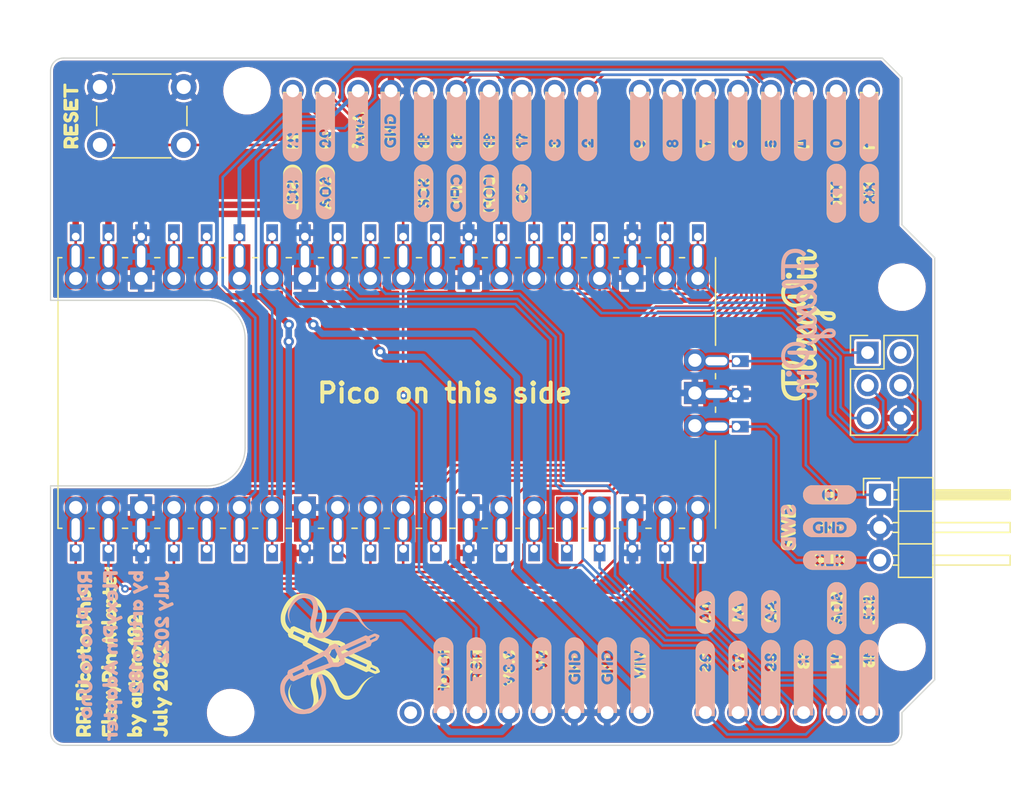
<source format=kicad_pcb>
(kicad_pcb (version 20221018) (generator pcbnew)
  (layers (0 "F.Cu" signal) (31 "B.Cu" signal) (34 "B.Paste" user) (35 "F.Paste" user) (36 "B.SilkS" user "B.Silkscreen") (37 "F.SilkS" user "F.Silkscreen") (38 "B.Mask" user) (39 "F.Mask" user) (44 "Edge.Cuts" user))
  (net 0 "")
  (net 1 "GND")
  (net 2 "/SWCLK")
  (net 3 "/SWDIO")
  (net 4 "VBUS")
  (net 5 "VDD")
  (net 6 "/3.3V_EN")
  (net 7 "+3V3")
  (net 8 "/VREF")
  (net 9 "/GPIO28")
  (net 10 "/GPIO27")
  (net 11 "/GPIO26")
  (net 12 "/RUN")
  (net 13 "/GPIO22")
  (net 14 "/GPIO21")
  (net 15 "/GPIO17")
  (net 16 "/GPIO16")
  (net 17 "/GPIO9")
  (net 18 "/GPIO8")
  (net 19 "/GPIO7")
  (net 20 "/GPIO6")
  (net 21 "/GPIO5")
  (net 22 "/GPIO4")
  (net 23 "/GPIO3")
  (net 24 "/GPIO20")
  (net 25 "/GPIO2")
  (net 26 "/GPIO19")
  (net 27 "/GPIO18")
  (net 28 "/GPIO15")
  (net 29 "/GPIO14")
  (net 30 "/GPIO13")
  (net 31 "/GPIO12")
  (net 32 "/GPIO11")
  (net 33 "/GPIO10")
  (net 34 "/GPIO1")
  (net 35 "/GPIO0")
  (net 36 "+5V")
  (footprint "svg2mod" (layer "F.Cu") (at 167.275 84.795237 90)
    (fp_text reference "svg2mod" hide)
    (fp_text value "G***" hide)
  )
  (footprint "svg2mod" (layer "F.Cu") (at 172.37 90 90)
    (fp_text reference "svg2mod" hide)
    (fp_text value "G***" hide)
  )
  (footprint "Connector_PinHeader_2.54mm:PinHeader_2x03_P2.54mm_Vertical" (layer "F.Cu") (at 174.7964 102.3671)
    (fp_text reference "J5" hide)
    (fp_text value "Conn_SPI")
  )
  (footprint "Connector_PinHeader_2.54mm:PinHeader_1x03_P2.54mm_Horizontal" (layer "F.Cu") (at 175.75 113.4)
    (fp_text reference "J4" hide)
    (fp_text value "Conn_01x03")
  )
  (footprint "svg2mod" (layer "F.Cu") (at 162.2 84.795237 90)
    (fp_text reference "svg2mod" hide)
    (fp_text value "G***" hide)
  )
  (footprint "FlexyPin:FlexyPin_1x20_P2.54mm" (layer "F.Cu") (at 161.63 93.36 -90)
    (fp_text reference "J3" hide)
    (fp_text value "Conn_01x20")
  )
  (footprint "svg2mod" (layer "F.Cu") (at 169.825 84.795237 90)
    (fp_text reference "svg2mod" hide)
    (fp_text value "G***" hide)
  )
  (footprint "svg2mod" (layer "F.Cu") (at 144.44 127.4 90)
    (fp_text reference "svg2mod" hide)
    (fp_text value "G***" hide)
  )
  (footprint "Module_Extra:RaspberryPi_Pico" (layer "F.Cu") (at 137.5 105.5 90)
    (fp_text reference "U1" hide)
    (fp_text value "RaspberryPi_Pico")
  )
  (footprint "MountingHole:MountingHole_3.2mm_M3" (layer "F.Cu") (at 126.66 82.046)
    (fp_text reference "REF**" hide)
    (fp_text value "MountingHole_3.2mm_M3")
  )
  (footprint "svg2mod" (layer "F.Cu") (at 152.06 127.405398 90)
    (fp_text reference "svg2mod" hide)
    (fp_text value "G***" hide)
  )
  (footprint "svg2mod" (layer "F.Cu") (at 162.2 127.4 90)
    (fp_text reference "svg2mod" hide)
    (fp_text value "G***" hide)
  )
  (footprint "svg2mod" (layer "F.Cu") (at 162.2 122.5232 90)
    (fp_text reference "svg2mod" hide)
    (fp_text value "G***" hide)
  )
  (footprint "Connector_PinSocket_2.54mm:PinSocket_1x10_P2.54mm_Vertical" (layer "F.Cu") (at 130.207 82.0495 90)
    (fp_text reference "J8" hide)
    (fp_text value "Conn_01x10")
  )
  (footprint "FlexyPin:FlexyPin_1x03_P2.54mm" (layer "F.Cu") (at 164.62 108.11 180)
    (fp_text reference "J2" hide)
    (fp_text value "Conn_01x03")
  )
  (footprint "svg2mod" (layer "F.Cu") (at 157.12 84.795237 90)
    (fp_text reference "svg2mod" hide)
    (fp_text value "G***" hide)
  )
  (footprint "MountingHole:MountingHole_3.2mm_M3" (layer "F.Cu") (at 177.46 97.286)
    (fp_text reference "REF**" hide)
    (fp_text value "MountingHole_3.2mm_M3")
  )
  (footprint "kibuzzard-6227DBF8" (layer "F.Cu") (at 113 84 90)
    (fp_text reference "kibuzzard-6227DBF8" hide)
    (fp_text value "G***" hide)
  )
  (footprint "svg2mod" (layer "F.Cu") (at 145.44 89.994945 90)
    (fp_text reference "svg2mod" hide)
    (fp_text value "G***" hide)
  )
  (footprint "svg2mod" (layer "F.Cu") (at 147.98 84.795237 90)
    (fp_text reference "svg2mod" hide)
    (fp_text value "G***" hide)
  )
  (footprint "svg2mod" (layer "F.Cu") (at 140.36 84.795237 90)
    (fp_text reference "svg2mod" hide)
    (fp_text value "G***" hide)
  )
  (footprint "svg2mod" (layer "F.Cu") (at 164.74 84.795237 90)
    (fp_text reference "svg2mod" hide)
    (fp_text value "G***" hide)
  )
  (footprint "svg2mod" (layer "F.Cu") (at 145.44 84.795237 90)
    (fp_text reference "svg2mod" hide)
    (fp_text value "G***" hide)
  )
  (footprint "LOGO" (layer "F.Cu") (at 170.2 100.2 90)
    (fp_text reference "G***" hide)
    (fp_text value "LOGO" hide)
  )
  (footprint "kibuzzard-62CF048F" (layer "F.Cu") (at 174.91 84.795237 90)
    (fp_text reference "kibuzzard-62CF048F" hide)
    (fp_text value "G***" hide)
  )
  (footprint "svg2mod" (layer "F.Cu") (at 164.74 122.5232 90)
    (fp_text reference "svg2mod" hide)
    (fp_text value "G***" hide)
  )
  (footprint "svg2mod" (layer "F.Cu") (at 137.7692 84.795237 90)
    (fp_text reference "svg2mod" hide)
    (fp_text value "G***" hide)
  )
  (footprint "Button_Switch_THT:SW_PUSH_6mm" (layer "F.Cu") (at 115.25 81.75)
    (fp_text reference "SW1" hide)
    (fp_text value "SW_RST")
  )
  (footprint "kibuzzard-62CF0779" (layer "F.Cu") (at 171.86 118.48)
    (fp_text reference "kibuzzard-62CF0779" hide)
    (fp_text value "G***" hide)
  )
  (footprint "svg2mod" (layer "F.Cu") (at 157.14 127.4 90)
    (fp_text reference "svg2mod" hide)
    (fp_text value "G***" hide)
  )
  (footprint "svg2mod" (layer "F.Cu") (at 130.2 89.791745 90)
    (fp_text reference "svg2mod" hide)
    (fp_text value "G***" hide)
  )
  (footprint "kibuzzard-62CF075A" (layer "F.Cu") (at 171.86 115.94)
    (fp_text reference "kibuzzard-62CF075A" hide)
    (fp_text value "G***" hide)
  )
  (footprint "MountingHole:MountingHole_3.2mm_M3" (layer "F.Cu") (at 177.46 125.226)
    (fp_text reference "REF**" hide)
    (fp_text value "MountingHole_3.2mm_M3")
  )
  (footprint "svg2mod" (layer "F.Cu") (at 140.36 89.994945 90)
    (fp_text reference "svg2mod" hide)
    (fp_text value "G***" hide)
  )
  (footprint "svg2mod" (layer "F.Cu") (at 132.74 89.791745 90)
    (fp_text reference "svg2mod" hide)
    (fp_text value "G***" hide)
  )
  (footprint "svg2mod" (layer "F.Cu") (at 147.98 89.994945 90)
    (fp_text reference "svg2mod" hide)
    (fp_text value "G***" hide)
  )
  (footprint "svg2mod" (layer "F.Cu") (at 164.74 127.4 90)
    (fp_text reference "svg2mod" hide)
    (fp_text value "G***" hide)
  )
  (footprint "svg2mod" (layer "F.Cu") (at 135.28 84.795237 90)
    (fp_text reference "svg2mod" hide)
    (fp_text value "G***" hide)
  )
  (footprint "svg2mod" (layer "F.Cu") (at 149.52 127.4 90)
    (fp_text reference "svg2mod" hide)
    (fp_text value "G***" hide)
  )
  (footprint "svg2mod" (layer "F.Cu") (at 167.28 122.4724 90)
    (fp_text reference "svg2mod" hide)
    (fp_text value "G***" hide)
  )
  (footprint "svg2mod" (layer "F.Cu") (at 172.4 122.2 90)
    (fp_text reference "svg2mod" hide)
    (fp_text value "G***" hide)
  )
  (footprint "svg2mod" (layer "F.Cu") (at 141.9 127.4 90)
    (fp_text reference "svg2mod" hide)
    (fp_text value "G***" hide)
  )
  (footprint "Symbols_Extra:SolderParty-New-Logo_10x8.5mm_SilkScreen" (layer "F.Cu") (at 132.8 125.4 90)
    (fp_text reference "G***" hide)
    (fp_text value "LOGO" hide)
  )
  (footprint "kibuzzard-62CF05F1" (layer "F.Cu") (at 172.36 127.35 90)
    (fp_text reference "kibuzzard-62CF05F1" hide)
    (fp_text value "G***" hide)
  )
  (footprint "FlexyPin:FlexyPin_1x20_P2.54mm" (layer "F.Cu") (at 113.369999 117.61 90)
    (fp_text reference "J1" hide)
    (fp_text value "Conn_01x20")
  )
  (footprint "kibuzzard-62E02A3B" (layer "F.Cu") (at 130.175 84.795237 90)
    (fp_text reference "kibuzzard-62E02A3B" hide)
    (fp_text value "G***" hide)
  )
  (footprint "svg2mod" (layer "F.Cu") (at 150.525 84.795237 90)
    (fp_text reference "svg2mod" hide)
    (fp_text value "G***" hide)
  )
  (footprint "kibuzzard-62E02A37" (layer "F.Cu") (at 132.725 84.795237 90)
    (fp_text reference "kibuzzard-62E02A37" hide)
    (fp_text value "G***" hide)
  )
  (footprint "svg2mod" (layer "F.Cu") (at 154.6 127.405398 90)
    (fp_text reference "svg2mod" hide)
    (fp_text value "G***" hide)
  )
  (footprint "kibuzzard-62CF05DC" (layer "F.Cu") (at 169.82 127.34 90)
    (fp_text reference "kibuzzard-62CF05DC" hide)
    (fp_text value "G***" hide)
  )
  (footprint "svg2mod" (layer "F.Cu") (at 174.91 90 90)
    (fp_text reference "svg2mod" hide)
    (fp_text value "G***" hide)
  )
  (footprint "kibuzzard-62CF0607" (layer "F.Cu") (at 174.9 127.35 90)
    (fp_text reference "kibuzzard-62CF0607" hide)
    (fp_text value "G***" hide)
  )
  (footprint "svg2mod" (layer "F.Cu") (at 153.075 84.795237 90)
    (fp_text reference "svg2mod" hide)
    (fp_text value "G***" hide)
  )
  (footprint "MountingHole:MountingHole_3.2mm_M3" (layer "F.Cu") (at 125.39 130.306)
    (fp_text reference "REF**" hide)
    (fp_text value "MountingHole_3.2mm_M3")
  )
  (footprint "kibuzzard-62CF076C" (layer "F.Cu") (at 171.86 113.4)
    (fp_text reference "kibuzzard-62CF076C" hide)
    (fp_text value "G***" hide)
  )
  (footprint "svg2mod" (layer "F.Cu") (at 142.9 84.795237 90)
    (fp_text reference "svg2mod" hide)
    (fp_text value "G***" hide)
  )
  (footprint "svg2mod" (layer "F.Cu") (at 146.98 127.4 90)
    (fp_text reference "svg2mod" hide)
    (fp_text value "G***" hide)
  )
  (footprint "Connector_PinSocket_2.54mm:PinSocket_1x06_P2.54mm_Vertical" (layer "F.Cu") (at 162.211 130.3095 90)
    (fp_text reference "J7" hide)
    (fp_text value "Conn_01x06")
  )
  (footprint "Connector_PinSocket_2.54mm:PinSocket_1x08_P2.54mm_Vertical" (layer "F.Cu") (at 157.131 82.0495 90)
    (fp_text reference "J9" hide)
    (fp_text value "Conn_01x08")
  )
  (footprint "svg2mod" (layer "F.Cu") (at 174.9 122.2 90)
    (fp_text reference "svg2mod" hide)
    (fp_text value "G***" hide)
  )
  (footprint "svg2mod" (layer "F.Cu") (at 172.37 84.795237 90)
    (fp_text reference "svg2mod" hide)
    (fp_text value "G***" hide)
  )
  (footprint "svg2mod" (layer "F.Cu") (at 167.28 127.3492 90)
    (fp_text reference "svg2mod" hide)
    (fp_text value "G***" hide)
  )
  (footprint "kibuzzard-62CF07A4" (layer "F.Cu") (at 168.653575 115.94 90)
    (fp_text reference "kibuzzard-62CF07A4" hide)
    (fp_text value "G***" hide)
  )
  (footprint "svg2mod" (layer "F.Cu") (at 159.66 84.795237 90)
    (fp_text reference "svg2mod" hide)
    (fp_text value "G***" hide)
  )
  (footprint "kibuzzard-62CF07F8" (layer "F.Cu") (at 117.1 125.6 90)
    (fp_text reference "kibuzzard-62CF07F8" hide)
    (fp_text value "G***" hide)
  )
  (footprint "Connector_PinSocket_2.54mm:PinSocket_1x08_P2.54mm_Vertical" (layer "F.Cu") (at 139.351 130.3095 90)
    (fp_text reference "J6" hide)
    (fp_text value "Conn_01x08")
  )
  (footprint "svg2mod" (layer "F.Cu") (at 142.9 89.994945 90)
    (fp_text reference "svg2mod" hide)
    (fp_text value "G***" hide)
  )
  (footprint "svg2mod" (layer "B.Cu") (at 142.896 84.838292 -90)
    (fp_text reference "svg2mod" hide)
    (fp_text value "G***" hide)
  )
  (footprint "svg2mod" (layer "B.Cu") (at 142.9 90 -90)
    (fp_text reference "svg2mod" hide)
    (fp_text value "G***" hide)
  )
  (footprint "svg2mod" (layer "B.Cu") (at 174.9 84.9 -90)
    (fp_text reference "svg2mod" hide)
    (fp_text value "G***" hide)
  )
  (footprint "kibuzzard-62CF09B3" (layer "B.Cu") (at 149.52 127.4 -90)
    (fp_text reference "kibuzzard-62CF09B3" hide)
    (fp_text value "G***" hide)
  )
  (footprint "kibuzzard-62CF09C1" (layer "B.Cu") (at 157.14 127.4 -90)
    (fp_text reference "kibuzzard-62CF09C1" hide)
    (fp_text value "G***" hide)
  )
  (footprint "svg2mod" (layer "B.Cu") (at 137.7652 84.84115 -90)
    (fp_text reference "svg2mod" hide)
    (fp_text value "G***" hide)
  )
  (footprint "svg2mod" (layer "B.Cu") (at 130.2 90 -90)
    (fp_text reference "svg2mod" hide)
    (fp_text value "G***" hide)
  )
  (footprint "svg2mod" (layer "B.Cu") (at 169.825 84.825 -90)
    (fp_text reference "svg2mod" hide)
    (fp_text value "G***" hide)
  )
  (footprint "kibuzzard-62CF075A" (layer "B.Cu") (at 171.86 115.94 180)
    (fp_text reference "kibuzzard-62CF075A" hide)
    (fp_text value "G***" hide)
  )
  (footprint "kibuzzard-62E02C93" (layer "B.Cu") (at 130.175 84.864645 -90)
    (fp_text reference "kibuzzard-62E02C93" hide)
    (fp_text value "G***" hide)
  )
  (footprint "kibuzzard-62CF09B9" (layer "B.Cu") (at 154.6 127.4 -90)
    (fp_text reference "kibuzzard-62CF09B9" hide)
    (fp_text value "G***" hide)
  )
  (footprint "svg2mod" (layer "B.Cu") (at 157.12 84.8348 -90)
    (fp_text reference "svg2mod" hide)
    (fp_text value "G***" hide)
  )
  (footprint "LOGO" (layer "B.Cu") (at 170.2 100.2 -90)
    (fp_text reference "G***" hide)
    (fp_text value "LOGO" hide)
  )
  (footprint "kibuzzard-62CF0A14" (layer "B.Cu") (at 169.825 127.6 -90)
    (fp_text reference "kibuzzard-62CF0A14" hide)
    (fp_text value "G***" hide)
  )
  (footprint "svg2mod" (layer "B.Cu") (at 140.356 84.843055 -90)
    (fp_text reference "svg2mod" hide)
    (fp_text value "G***" hide)
  )
  (footprint "kibuzzard-62CF09A9" (layer "B.Cu") (at 146.98 127.4 -90)
    (fp_text reference "kibuzzard-62CF09A9" hide)
    (fp_text value "G***" hide)
  )
  (footprint "svg2mod" (layer "B.Cu") (at 145.44 90 -90)
    (fp_text reference "svg2mod" hide)
    (fp_text value "G***" hide)
  )
  (footprint "svg2mod" (layer "B.Cu") (at 153.075 84.825 -90)
    (fp_text reference "svg2mod" hide)
    (fp_text value "G***" hide)
  )
  (footprint "svg2mod" (layer "B.Cu") (at 164.74 84.8348 -90)
    (fp_text reference "svg2mod" hide)
    (fp_text value "G***" hide)
  )
  (footprint "svg2mod" (layer "B.Cu") (at 147.98 90 -90)
    (fp_text reference "svg2mod" hide)
    (fp_text value "G***" hide)
  )
  (footprint "svg2mod" (layer "B.Cu") (at 150.535 84.828492 -90)
    (fp_text reference "svg2mod" hide)
    (fp_text value "G***" hide)
  )
  (footprint "kibuzzard-62CF09A4" (layer "B.Cu") (at 144.44 127.4 -90)
    (fp_text reference "kibuzzard-62CF09A4" hide)
    (fp_text value "G***" hide)
  )
  (footprint "svg2mod" (layer "B.Cu") (at 172.4 122.2 -90)
    (fp_text reference "svg2mod" hide)
    (fp_text value "G***" hide)
  )
  (footprint "svg2mod" (layer "B.Cu") (at 159.66 84.83988 -90)
    (fp_text reference "svg2mod" hide)
    (fp_text value "G***" hide)
  )
  (footprint "kibuzzard-62CF09B9" (layer "B.Cu") (at 152.06 127.405398 -90)
    (fp_text reference "kibuzzard-62CF09B9" hide)
    (fp_text value "G***" hide)
  )
  (footprint "svg2mod" (layer "B.Cu") (at 174.9 122.2 -90)
    (fp_text reference "svg2mod" hide)
    (fp_text value "G***" hide)
  )
  (footprint "svg2mod" (layer "B.Cu") (at 172.375 90 -90)
    (fp_text reference "svg2mod" hide)
    (fp_text value "G***" hide)
  )
  (footprint "kibuzzard-62CF0A29" (layer "B.Cu") (at 174.9 127.6 -90)
    (fp_text reference "kibuzzard-62CF0A29" hide)
    (fp_text value "G***" hide)
  )
  (footprint "svg2mod" (layer "B.Cu") (at 172.36 84.83861 -90)
    (fp_text reference "svg2mod" hide)
    (fp_text value "G***" hide)
  )
  (footprint "svg2mod" (layer "B.Cu") (at 145.436 84.838292 -90)
    (fp_text reference "svg2mod" hide)
    (fp_text value "G***" hide)
  )
  (footprint "kibuzzard-62CF0970" (layer "B.Cu") (at 141.9 127.4 -90)
    (fp_text reference "kibuzzard-62CF0970" hide)
    (fp_text value "G***" hide)
  )
  (footprint "kibuzzard-62CF0779" (layer "B.Cu") (at 171.86 118.48 180)
    (fp_text reference "kibuzzard-62CF0779" hide)
    (fp_text value "G***" hide)
  )
  (footprint "kibuzzard-62CF07F8" (layer "B.Cu") (at 117.2 125.9 -90)
    (fp_text reference "kibuzzard-62CF07F8" hide)
    (fp_text value "G***" hide)
  )
  (footprint "kibuzzard-62CF0A22" (layer "B.Cu") (at 172.375 127.6 -90)
    (fp_text reference "kibuzzard-62CF0A22" hide)
    (fp_text value "G***" hide)
  )
  (footprint "kibuzzard-62E02C9B" (layer "B.Cu") (at 132.725 84.860835 -90)
    (fp_text reference "kibuzzard-62E02C9B" hide)
    (fp_text value "G***" hide)
  )
  (footprint "kibuzzard-62CF0A08" (layer "B.Cu") (at 164.75 127.65 -90)
    (fp_text reference "kibuzzard-62CF0A08" hide)
    (fp_text value "G***" hide)
  )
  (footprint "Symbols_Extra:SolderParty-New-Logo_10x8.5mm_SilkScreen" (layer "B.Cu") (at 132.759428 126.077462 -90)
    (fp_text reference "G***" hide)
    (fp_text value "LOGO" hide)
  )
  (footprint "svg2mod" (layer "B.Cu") (at 162.2 122.5232 -90)
    (fp_text reference "svg2mod" hide)
    (fp_text value "G***" hide)
  )
  (footprint "svg2mod" (layer "B.Cu") (at 162.2 84.830355 -90)
    (fp_text reference "svg2mod" hide)
    (fp_text value "G***" hide)
  )
  (footprint "svg2mod" (layer "B.Cu") (at 167.28 122.4724 -90)
    (fp_text reference "svg2mod" hide)
    (fp_text value "G***" hide)
  )
  (footprint "svg2mod" (layer "B.Cu") (at 167.2994 84.825 -90)
    (fp_text reference "svg2mod" hide)
    (fp_text value "G***" hide)
  )
  (footprint "svg2mod" (layer "B.Cu") (at 132.74 90 -90)
    (fp_text reference "svg2mod" hide)
    (fp_text value "G***" hide)
  )
  (footprint "kibuzzard-62CF07A4" (layer "B.Cu") (at 168.653575 115.94 -90)
    (fp_text reference "kibuzzard-62CF07A4" hide)
    (fp_text value "G***" hide)
  )
  (footprint "svg2mod" (layer "B.Cu") (at 174.91 90 -90)
    (fp_text reference "svg2mod" hide)
    (fp_text value "G***" hide)
  )
  (footprint "kibuzzard-62CF09C7" (layer "B.Cu") (at 162.2 127.65 -90)
    (fp_text reference "kibuzzard-62CF09C7" hide)
    (fp_text value "G***" hide)
  )
  (footprint "svg2mod" (layer "B.Cu") (at 147.976 84.8348 -90)
    (fp_text reference "svg2mod" hide)
    (fp_text value "G***" hide)
  )
  (footprint "svg2mod" (layer "B.Cu") (at 164.74 122.5232 -90)
    (fp_text reference "svg2mod" hide)
    (fp_text value "G***" hide)
  )
  (footprint "kibuzzard-62CF0A0F" (layer "B.Cu") (at 167.275 127.6 -90)
    (fp_text reference "kibuzzard-62CF0A0F" hide)
    (fp_text value "G***" hide)
  )
  (footprint "kibuzzard-62CF076C" (layer "B.Cu") (at 171.86 113.4 180)
    (fp_text reference "kibuzzard-62CF076C" hide)
    (fp_text value "G***" hide)
  )
  (footprint "svg2mod" (layer "B.Cu") (at 135.276 84.85131 -90)
    (fp_text reference "svg2mod" hide)
    (fp_text value "G***" hide)
  )
  (footprint "svg2mod" (layer "B.Cu") (at 140.36 90 -90)
    (fp_text reference "svg2mod" hide)
    (fp_text value "G***" hide)
  )
  (gr_line (start 111.42 131.846) (end 111.42 112.71) (stroke (width 0.1)) (layer "Edge.Cuts"))
  (gr_arc (start 177.46 131.846) (mid 177.167107 132.553107) (end 176.46 132.846) (stroke (width 0.1)) (layer "Edge.Cuts"))
  (gr_line (start 177.46 81.03) (end 177.459999 92.46) (stroke (width 0.1)) (layer "Edge.Cuts"))
  (gr_line (start 176.46 132.846) (end 112.42 132.846) (stroke (width 0.1)) (layer "Edge.Cuts"))
  (gr_line (start 123.56 112.709999) (end 111.42 112.71) (stroke (width 0.1)) (layer "Edge.Cuts"))
  (gr_line (start 123.56 98.31) (end 111.42 98.31) (stroke (width 0.1)) (layer "Edge.Cuts"))
  (gr_arc (start 123.56 98.31) (mid 125.645965 99.174035) (end 126.51 101.26) (stroke (width 0.1)) (layer "Edge.Cuts"))
  (gr_arc (start 126.51 109.759999) (mid 125.645965 111.845964) (end 123.56 112.709999) (stroke (width 0.1)) (layer "Edge.Cuts"))
  (gr_line (start 111.42 80.506) (end 111.42 98.31) (stroke (width 0.1)) (layer "Edge.Cuts"))
  (gr_arc (start 111.42 80.506) (mid 111.712893 79.798893) (end 112.42 79.506) (stroke (width 0.1)) (layer "Edge.Cuts"))
  (gr_line (start 112.42 79.506) (end 175.936 79.506) (stroke (width 0.1)) (layer "Edge.Cuts"))
  (gr_line (start 180.000001 127.766) (end 177.46 130.306) (stroke (width 0.1)) (layer "Edge.Cuts"))
  (gr_line (start 175.936 79.506) (end 177.46 81.03) (stroke (width 0.1)) (layer "Edge.Cuts"))
  (gr_line (start 177.46 130.306) (end 177.46 131.846) (stroke (width 0.1)) (layer "Edge.Cuts"))
  (gr_line (start 126.51 101.26) (end 126.51 109.759999) (stroke (width 0.1)) (layer "Edge.Cuts"))
  (gr_arc (start 112.42 132.846) (mid 111.712893 132.553107) (end 111.42 131.846) (stroke (width 0.1)) (layer "Edge.Cuts"))
  (gr_line (start 180 95) (end 180.000001 127.766) (stroke (width 0.1)) (layer "Edge.Cuts"))
  (gr_line (start 177.459999 92.46) (end 180 95) (stroke (width 0.1)) (layer "Edge.Cuts"))
  (gr_text "Pico on this side" (at 142 105.5) (layer "F.SilkS") (effects (font (size 1.5 1.5) (thickness 0.3) bold)))
  (segment (start 156.55 93.36) (end 156.55 94.91) (width 0.2) (layer "F.Cu") (net 1))
  (segment (start 163.07 108.11) (end 164.62 108.11) (width 0.2) (layer "F.Cu") (net 2))
  (segment (start 166.91 108.11) (end 167.7 108.9) (width 0.2) (layer "B.Cu") (net 2))
  (segment (start 169.28 118.48) (end 175.75 118.48) (width 0.2) (layer "B.Cu") (net 2))
  (segment (start 167.7 108.9) (end 167.7 116.9) (width 0.2) (layer "B.Cu") (net 2))
  (segment (start 167.7 116.9) (end 169.28 118.48) (width 0.2) (layer "B.Cu") (net 2))
  (segment (start 164.62 108.11) (end 166.91 108.11) (width 0.2) (layer "B.Cu") (net 2))
  (segment (start 163.07 103.03) (end 164.62 103.03) (width 0.2) (layer "F.Cu") (net 3))
  (segment (start 164.62 103.03) (end 168.53 103.03) (width 0.2) (layer "B.Cu") (net 3))
  (segment (start 172.3 113.4) (end 175.75 113.4) (width 0.2) (layer "B.Cu") (net 3))
  (segment (start 170 104.5) (end 170 111.1) (width 0.2) (layer "B.Cu") (net 3))
  (segment (start 168.53 103.03) (end 170 104.5) (width 0.2) (layer "B.Cu") (net 3))
  (segment (start 170 111.1) (end 172.3 113.4) (width 0.2) (layer "B.Cu") (net 3))
  (segment (start 132.490489 91.809511) (end 132.5 91.8) (width 0.5) (layer "F.Cu") (net 4))
  (segment (start 132.490489 97.690489) (end 132.490489 91.809511) (width 0.5) (layer "F.Cu") (net 4))
  (segment (start 131.6 90.9) (end 123.4 90.9) (width 0.5) (layer "F.Cu") (net 4))
  (segment (start 123.399519 90.900481) (end 114.29952 90.90048) (width 0.5) (layer "F.Cu") (net 4))
  (segment (start 113.37 91.83) (end 113.37 93.36) (width 0.5) (layer "F.Cu") (net 4))
  (segment (start 137 102.2) (end 132.490489 97.690489) (width 0.5) (layer "F.Cu") (net 4))
  (segment (start 132.5 91.8) (end 131.6 90.9) (width 0.5) (layer "F.Cu") (net 4))
  (segment (start 137 102.3) (end 137 102.2) (width 0.5) (layer "F.Cu") (net 4))
  (segment (start 123.4 90.9) (end 123.399519 90.900481) (width 0.5) (layer "F.Cu") (net 4))
  (segment (start 114.29952 90.90048) (end 113.37 91.83) (width 0.5) (layer "F.Cu") (net 4))
  (segment (start 113.37 93.36) (end 113.37 94.91) (width 0.2) (layer "F.Cu") (net 4))
  (via (at 137 102.3) (size 0.8) (drill 0.4) (layers "F.Cu" "B.Cu") (net 4))
  (segment (start 140.3 102.7) (end 142.6 105) (width 0.5) (layer "B.Cu") (net 4))
  (segment (start 142.6 118.5) (end 149.511 125.411) (width 0.5) (layer "B.Cu") (net 4))
  (segment (start 137.4 102.7) (end 140.3 102.7) (width 0.5) (layer "B.Cu") (net 4))
  (segment (start 142.6 105) (end 142.6 118.5) (width 0.5) (layer "B.Cu") (net 4))
  (segment (start 137 102.3) (end 137.4 102.7) (width 0.5) (layer "B.Cu") (net 4))
  (segment (start 149.511 125.411) (end 149.511 130.3095) (width 0.5) (layer "B.Cu") (net 4))
  (segment (start 129.6 91.6) (end 116.3 91.6) (width 0.5) (layer "F.Cu") (net 5))
  (segment (start 115.91 93.36) (end 115.91 94.91) (width 0.2) (layer "F.Cu") (net 5))
  (segment (start 129.9 91.9) (end 129.6 91.6) (width 0.5) (layer "F.Cu") (net 5))
  (segment (start 131.8 100.2) (end 129.9 98.3) (width 0.5) (layer "F.Cu") (net 5))
  (segment (start 116.3 91.6) (end 115.91 91.99) (width 0.5) (layer "F.Cu") (net 5))
  (segment (start 115.91 91.99) (end 115.91 93.36) (width 0.5) (layer "F.Cu") (net 5))
  (segment (start 129.9 98.3) (end 129.9 91.9) (width 0.5) (layer "F.Cu") (net 5))
  (via (at 131.8 100.2) (size 0.8) (drill 0.4) (layers "F.Cu" "B.Cu") (net 5))
  (segment (start 147.6 104.3) (end 144.2 100.9) (width 0.5) (layer "B.Cu") (net 5))
  (segment (start 157.131 130.3095) (end 157.131 128.731) (width 0.5) (layer "B.Cu") (net 5))
  (segment (start 132.5 100.9) (end 131.8 100.2) (width 0.5) (layer "B.Cu") (net 5))
  (segment (start 144.2 100.9) (end 132.5 100.9) (width 0.5) (layer "B.Cu") (net 5))
  (segment (start 147.6 119.2) (end 147.6 104.3) (width 0.5) (layer "B.Cu") (net 5))
  (segment (start 157.131 128.731) (end 147.6 119.2) (width 0.5) (layer "B.Cu") (net 5))
  (segment (start 120.99 93.36) (end 120.99 94.91) (width 0.2) (layer "F.Cu") (net 6))
  (segment (start 124.92 98) (end 127.7 98) (width 0.5) (layer "F.Cu") (net 7))
  (segment (start 129.9 100.2) (end 129.9 101.5) (width 0.5) (layer "F.Cu") (net 7))
  (segment (start 123.53 96.61) (end 124.92 98) (width 0.5) (layer "F.Cu") (net 7))
  (segment (start 127.7 98) (end 129.9 100.2) (width 0.5) (layer "F.Cu") (net 7))
  (segment (start 123.53 93.36) (end 123.53 94.91) (width 0.2) (layer "F.Cu") (net 7))
  (via (at 129.9 100.2) (size 0.8) (drill 0.4) (layers "F.Cu" "B.Cu") (net 7))
  (via (at 129.9 101.5) (size 0.8) (drill 0.4) (layers "F.Cu" "B.Cu") (net 7))
  (segment (start 146.4 131.8) (end 142.4 131.8) (width 0.5) (layer "B.Cu") (net 7))
  (segment (start 146.971 131.229) (end 146.4 131.8) (width 0.5) (layer "B.Cu") (net 7))
  (segment (start 146.971 130.3095) (end 146.971 131.229) (width 0.5) (layer "B.Cu") (net 7))
  (segment (start 141.891 125.891) (end 141.891 130.3095) (width 0.5) (layer "B.Cu") (net 7))
  (segment (start 131.9 122.8) (end 138.8 122.8) (width 0.5) (layer "B.Cu") (net 7))
  (segment (start 129.9 101.5) (end 129.9 100.2) (width 0.5) (layer "B.Cu") (net 7))
  (segment (start 138.8 122.8) (end 141.891 125.891) (width 0.5) (layer "B.Cu") (net 7))
  (segment (start 141.891 131.291) (end 141.891 130.3095) (width 0.5) (layer "B.Cu") (net 7))
  (segment (start 129.9 120.8) (end 131.9 122.8) (width 0.5) (layer "B.Cu") (net 7))
  (segment (start 129.9 101.5) (end 129.9 120.8) (width 0.5) (layer "B.Cu") (net 7))
  (segment (start 142.4 131.8) (end 141.891 131.291) (width 0.5) (layer "B.Cu") (net 7))
  (segment (start 126.07 93.36) (end 126.07 94.91) (width 0.2) (layer "F.Cu") (net 8))
  (segment (start 130.033658 84.50048) (end 130.033178 84.5) (width 0.3) (layer "B.Cu") (net 8))
  (segment (start 129.660783 84.5) (end 126.07 88.090782) (width 0.3) (layer "B.Cu") (net 8))
  (segment (start 132.83602 84.50048) (end 130.033658 84.50048) (width 0.3) (layer "B.Cu") (net 8))
  (segment (start 130.033178 84.5) (end 129.660783 84.5) (width 0.3) (layer "B.Cu") (net 8))
  (segment (start 135.287 82.0495) (end 132.83602 84.50048) (width 0.3) (layer "B.Cu") (net 8))
  (segment (start 126.07 88.090782) (end 126.07 93.36) (width 0.3) (layer "B.Cu") (net 8))
  (segment (start 128.61 93.36) (end 128.61 94.91) (width 0.2) (layer "F.Cu") (net 9))
  (segment (start 147.469028 98.59904) (end 130.59904 98.59904) (width 0.2) (layer "B.Cu") (net 9))
  (segment (start 150.720488 118.859511) (end 150.2 118.339023) (width 0.2) (layer "B.Cu") (net 9))
  (segment (start 150.2 101.330012) (end 147.469028 98.59904) (width 0.2) (layer "B.Cu") (net 9))
  (segment (start 158.902582 125.0976) (end 152.664493 118.859511) (width 0.2) (layer "B.Cu") (net 9))
  (segment (start 162.0791 125.0976) (end 158.902582 125.0976) (width 0.2) (layer "B.Cu") (net 9))
  (segment (start 167.291 130.3095) (end 162.0791 125.0976) (width 0.2) (layer "B.Cu") (net 9))
  (segment (start 130.59904 98.59904) (end 128.61 96.61) (width 0.2) (layer "B.Cu") (net 9))
  (segment (start 152.664493 118.859511) (end 150.720488 118.859511) (width 0.2) (layer "B.Cu") (net 9))
  (segment (start 150.2 118.339023) (end 150.2 101.330012) (width 0.2) (layer "B.Cu") (net 9))
  (segment (start 133.69 93.36) (end 133.69 94.91) (width 0.2) (layer "F.Cu") (net 10))
  (segment (start 168.6 129.7) (end 167.9 129) (width 0.2) (layer "B.Cu") (net 10))
  (segment (start 167.9 131.6) (end 168.6 130.9) (width 0.2) (layer "B.Cu") (net 10))
  (segment (start 162.244583 124.698078) (end 159.068066 124.698078) (width 0.2) (layer "B.Cu") (net 10))
  (segment (start 152.7 113.5) (end 152.3 113.1) (width 0.2) (layer "B.Cu") (net 10))
  (segment (start 152.7 118.330012) (end 152.7 113.5) (width 0.2) (layer "B.Cu") (net 10))
  (segment (start 151.1 113.1) (end 150.59952 112.59952) (width 0.2) (layer "B.Cu") (net 10))
  (segment (start 159.068066 124.698078) (end 152.7 118.330012) (width 0.2) (layer "B.Cu") (net 10))
  (segment (start 164.751 130.3095) (end 166.0415 131.6) (width 0.2) (layer "B.Cu") (net 10))
  (segment (start 167.9 129) (end 166.546505 129) (width 0.2) (layer "B.Cu") (net 10))
  (segment (start 168.6 130.9) (end 168.6 129.7) (width 0.2) (layer "B.Cu") (net 10))
  (segment (start 166.546505 129) (end 162.244583 124.698078) (width 0.2) (layer "B.Cu") (net 10))
  (segment (start 150.59952 112.59952) (end 150.59952 101.164526) (width 0.2) (layer "B.Cu") (net 10))
  (segment (start 166.0415 131.6) (end 167.9 131.6) (width 0.2) (layer "B.Cu") (net 10))
  (segment (start 135.27952 98.19952) (end 133.69 96.61) (width 0.2) (layer "B.Cu") (net 10))
  (segment (start 147.634514 98.19952) (end 135.27952 98.19952) (width 0.2) (layer "B.Cu") (net 10))
  (segment (start 152.3 113.1) (end 151.1 113.1) (width 0.2) (layer "B.Cu") (net 10))
  (segment (start 150.59952 101.164526) (end 147.634514 98.19952) (width 0.2) (layer "B.Cu") (net 10))
  (segment (start 136.23 93.36) (end 136.23 94.91) (width 0.2) (layer "F.Cu") (net 11))
  (segment (start 137.42 97.8) (end 147.8 97.8) (width 0.2) (layer "B.Cu") (net 11))
  (segment (start 147.8 97.8) (end 150.99904 100.99904) (width 0.2) (layer "B.Cu") (net 11))
  (segment (start 150.99904 100.99904) (end 150.99904 112.434034) (width 0.2) (layer "B.Cu") (net 11))
  (segment (start 159.399038 123.899038) (end 162.575555 123.899038) (width 0.2) (layer "B.Cu") (net 11))
  (segment (start 136.23 96.61) (end 137.42 97.8) (width 0.2) (layer "B.Cu") (net 11))
  (segment (start 163.90102 131.99952) (end 162.211 130.3095) (width 0.2) (layer "B.Cu") (net 11))
  (segment (start 171.1 129.7) (end 171.1 130.9) (width 0.2) (layer "B.Cu") (net 11))
  (segment (start 155.2 119.7) (end 159.399038 123.899038) (width 0.2) (layer "B.Cu") (net 11))
  (segment (start 170.00048 131.99952) (end 163.90102 131.99952) (width 0.2) (layer "B.Cu") (net 11))
  (segment (start 171.1 130.9) (end 170.00048 131.99952) (width 0.2) (layer "B.Cu") (net 11))
  (segment (start 151.265486 112.70048) (end 154.60048 112.70048) (width 0.2) (layer "B.Cu") (net 11))
  (segment (start 162.575555 123.899038) (end 166.877477 128.20096) (width 0.2) (layer "B.Cu") (net 11))
  (segment (start 150.99904 112.434034) (end 151.265486 112.70048) (width 0.2) (layer "B.Cu") (net 11))
  (segment (start 155.2 113.3) (end 155.2 119.7) (width 0.2) (layer "B.Cu") (net 11))
  (segment (start 169.60096 128.20096) (end 171.1 129.7) (width 0.2) (layer "B.Cu") (net 11))
  (segment (start 154.60048 112.70048) (end 155.2 113.3) (width 0.2) (layer "B.Cu") (net 11))
  (segment (start 166.877477 128.20096) (end 169.60096 128.20096) (width 0.2) (layer "B.Cu") (net 11))
  (segment (start 131.725 87.675) (end 134.325 87.675) (width 0.2) (layer "F.Cu") (net 12))
  (segment (start 138.8 105.7) (end 138.77 105.67) (width 0.2) (layer "F.Cu") (net 12))
  (segment (start 115.25 86.25) (end 121.75 86.25) (width 0.2) (layer "F.Cu") (net 12))
  (segment (start 130.3 86.25) (end 131.725 87.675) (width 0.2) (layer "F.Cu") (net 12))
  (segment (start 138.77 105.67) (end 138.77 96.61) (width 0.2) (layer "F.Cu") (net 12))
  (segment (start 138.77 93.36) (end 138.77 94.91) (width 0.2) (layer "F.Cu") (net 12))
  (segment (start 121.75 86.25) (end 130.3 86.25) (width 0.2) (layer "F.Cu") (net 12))
  (segment (start 134.325 87.675) (end 138.77 92.12) (width 0.2) (layer "F.Cu") (net 12))
  (segment (start 138.77 92.12) (end 138.77 93.36) (width 0.2) (layer "F.Cu") (net 12))
  (via (at 138.8 105.7) (size 0.6) (drill 0.3) (layers "F.Cu" "B.Cu") (net 12))
  (segment (start 140 113.6) (end 140 106.9) (width 0.2) (layer "B.Cu") (net 12))
  (segment (start 144.431 130.3095) (end 144.431 123.731) (width 0.2) (layer "B.Cu") (net 12))
  (segment (start 140 106.9) (end 138.8 105.7) (width 0.2) (layer "B.Cu") (net 12))
  (segment (start 144.431 123.731) (end 140 119.3) (width 0.2) (layer "B.Cu") (net 12))
  (segment (start 140 119.3) (end 140 113.6) (width 0.2) (layer "B.Cu") (net 12))
  (segment (start 141.31 93.36) (end 141.31 94.91) (width 0.2) (layer "F.Cu") (net 13))
  (segment (start 146.39 93.36) (end 146.39 94.91) (width 0.2) (layer "F.Cu") (net 14))
  (segment (start 146.39 93.36) (end 146.39 88.505006) (width 0.2) (layer "F.Cu") (net 14))
  (segment (start 143.534994 85.65) (end 133.8075 85.65) (width 0.2) (layer "F.Cu") (net 14))
  (segment (start 133.8075 85.65) (end 130.207 82.0495) (width 0.2) (layer "F.Cu") (net 14))
  (segment (start 146.39 88.505006) (end 143.534994 85.65) (width 0.2) (layer "F.Cu") (net 14))
  (segment (start 147.987 82.0495) (end 147.987 83.321994) (width 0.2) (layer "F.Cu") (net 15))
  (segment (start 150.140486 85.47548) (end 155.310474 85.47548) (width 0.2) (layer "F.Cu") (net 15))
  (segment (start 159.09 89.255006) (end 159.09 93.36) (width 0.2) (layer "F.Cu") (net 15))
  (segment (start 147.987 83.321994) (end 150.140486 85.47548) (width 0.2) (layer "F.Cu") (net 15))
  (segment (start 159.09 93.36) (end 159.09 94.91) (width 0.2) (layer "F.Cu") (net 15))
  (segment (start 155.310474 85.47548) (end 159.09 89.255006) (width 0.2) (layer "F.Cu") (net 15))
  (segment (start 173.5471 107.4471) (end 174.7964 107.4471) (width 0.2) (layer "B.Cu") (net 15))
  (segment (start 168.534514 98.49952) (end 172.7 102.665006) (width 0.2) (layer "B.Cu") (net 15))
  (segment (start 172.7 102.665006) (end 172.7 106.6) (width 0.2) (layer "B.Cu") (net 15))
  (segment (start 159.09 96.61) (end 160.97952 98.49952) (width 0.2) (layer "B.Cu") (net 15))
  (segment (start 160.97952 98.49952) (end 168.534514 98.49952) (width 0.2) (layer "B.Cu") (net 15))
  (segment (start 172.7 106.6) (end 173.5471 107.4471) (width 0.2) (layer "B.Cu") (net 15))
  (segment (start 161.63 93.36) (end 161.63 94.91) (width 0.2) (layer "F.Cu") (net 16))
  (segment (start 161.63 97.67) (end 161.63 96.61) (width 0.2) (layer "F.Cu") (net 16))
  (segment (start 146.7 81.55) (end 146.7 82.6) (width 0.2) (layer "F.Cu") (net 16))
  (segment (start 157.8 97.525) (end 158.075 97.8) (width 0.2) (layer "F.Cu") (net 16))
  (segment (start 144.1065 80.85) (end 146 80.85) (width 0.2) (layer "F.Cu") (net 16))
  (segment (start 157.8 88.530012) (end 157.8 97.525) (width 0.2) (layer "F.Cu") (net 16))
  (segment (start 142.907 82.0495) (end 144.1065 80.85) (width 0.2) (layer "F.Cu") (net 16))
  (segment (start 146.7 82.6) (end 149.975 85.875) (width 0.2) (layer "F.Cu") (net 16))
  (segment (start 161.5 97.8) (end 161.63 97.67) (width 0.2) (layer "F.Cu") (net 16))
  (segment (start 149.975 85.875) (end 155.144988 85.875) (width 0.2) (layer "F.Cu") (net 16))
  (segment (start 155.144988 85.875) (end 157.8 88.530012) (width 0.2) (layer "F.Cu") (net 16))
  (segment (start 146 80.85) (end 146.7 81.55) (width 0.2) (layer "F.Cu") (net 16))
  (segment (start 158.075 97.8) (end 161.5 97.8) (width 0.2) (layer "F.Cu") (net 16))
  (segment (start 161.63 96.61) (end 163.12 98.1) (width 0.2) (layer "B.Cu") (net 16))
  (segment (start 168.7 98.1) (end 172.9671 102.3671) (width 0.2) (layer "B.Cu") (net 16))
  (segment (start 163.12 98.1) (end 168.7 98.1) (width 0.2) (layer "B.Cu") (net 16))
  (segment (start 172.9671 102.3671) (end 174.7964 102.3671) (width 0.2) (layer "B.Cu") (net 16))
  (segment (start 141.309999 116.06) (end 141.309999 117.61) (width 0.2) (layer "F.Cu") (net 17))
  (segment (start 155.40288 110.37209) (end 155.402881 102.332083) (width 0.2) (layer "F.Cu") (net 17))
  (segment (start 155.402881 102.332083) (end 158.532084 99.20288) (width 0.2) (layer "F.Cu") (net 17))
  (segment (start 164.200958 89.119458) (end 157.131 82.0495) (width 0.2) (layer "F.Cu") (net 17))
  (segment (start 141.31 113.19) (end 142.99808 111.50192) (width 0.2) (layer "F.Cu") (net 17))
  (segment (start 158.532084 99.20288) (end 162.632114 99.20288) (width 0.2) (layer "F.Cu") (net 17))
  (segment (start 141.31 114.39) (end 141.31 113.19) (width 0.2) (layer "F.Cu") (net 17))
  (segment (start 162.632114 99.20288) (end 164.200958 97.634036) (width 0.2) (layer "F.Cu") (net 17))
  (segment (start 142.99808 111.50192) (end 154.27305 111.50192) (width 0.2) (layer "F.Cu") (net 17))
  (segment (start 154.27305 111.50192) (end 155.40288 110.37209) (width 0.2) (layer "F.Cu") (net 17))
  (segment (start 164.200958 97.634036) (end 164.200958 89.119458) (width 0.2) (layer "F.Cu") (net 17))
  (segment (start 154.438536 111.90144) (end 144.19856 111.90144) (width 0.2) (layer "F.Cu") (net 18))
  (segment (start 155.8024 102.49757) (end 155.8024 110.537576) (width 0.2) (layer "F.Cu") (net 18))
  (segment (start 142.6 118.3) (end 141.9 119) (width 0.2) (layer "F.Cu") (net 18))
  (segment (start 164.600478 86.978978) (end 164.600478 97.799522) (width 0.2) (layer "F.Cu") (net 18))
  (segment (start 158.69757 99.6024) (end 155.8024 102.49757) (width 0.2) (layer "F.Cu") (net 18))
  (segment (start 155.8024 110.537576) (end 154.438536 111.90144) (width 0.2) (layer "F.Cu") (net 18))
  (segment (start 159.671 82.0495) (end 164.600478 86.978978) (width 0.2) (layer "F.Cu") (net 18))
  (segment (start 138.769999 118.869999) (end 138.769999 117.61) (width 0.2) (layer "F.Cu") (net 18))
  (segment (start 144.19856 111.90144) (end 142.6 113.5) (width 0.2) (layer "F.Cu") (net 18))
  (segment (start 138.9 119) (end 138.769999 118.869999) (width 0.2) (layer "F.Cu") (net 18))
  (segment (start 162.7976 99.6024) (end 158.69757 99.6024) (width 0.2) (layer "F.Cu") (net 18))
  (segment (start 164.600478 97.799522) (end 162.7976 99.6024) (width 0.2) (layer "F.Cu") (net 18))
  (segment (start 141.9 119) (end 138.9 119) (width 0.2) (layer "F.Cu") (net 18))
  (segment (start 138.769999 116.06) (end 138.769999 117.61) (width 0.2) (layer "F.Cu") (net 18))
  (segment (start 142.6 113.5) (end 142.6 118.3) (width 0.2) (layer "F.Cu") (net 18))
  (segment (start 136.79952 119.39952) (end 144.00048 119.39952) (width 0.2) (layer "F.Cu") (net 19))
  (segment (start 136.229999 117.61) (end 136.229999 118.829999) (width 0.2) (layer "F.Cu") (net 19))
  (segment (start 164.999998 97.965008) (end 164.999998 84.838498) (width 0.2) (layer "F.Cu") (net 19))
  (segment (start 136.229999 116.06) (end 136.229999 117.61) (width 0.2) (layer "F.Cu") (net 19))
  (segment (start 156.201921 102.663055) (end 158.863056 100.00192) (width 0.2) (layer "F.Cu") (net 19))
  (segment (start 154.604022 112.30096) (end 156.20192 110.703062) (width 0.2) (layer "F.Cu") (net 19))
  (segment (start 146.19904 112.30096) (end 154.604022 112.30096) (width 0.2) (layer "F.Cu") (net 19))
  (segment (start 164.999998 84.838498) (end 162.211 82.0495) (width 0.2) (layer "F.Cu") (net 19))
  (segment (start 145.1 118.3) (end 145.1 113.4) (width 0.2) (layer "F.Cu") (net 19))
  (segment (start 144.00048 119.39952) (end 145.1 118.3) (width 0.2) (layer "F.Cu") (net 19))
  (segment (start 158.863056 100.00192) (end 162.963086 100.00192) (width 0.2) (layer "F.Cu") (net 19))
  (segment (start 162.963086 100.00192) (end 164.999998 97.965008) (width 0.2) (layer "F.Cu") (net 19))
  (segment (start 136.229999 118.829999) (end 136.79952 119.39952) (width 0.2) (layer "F.Cu") (net 19))
  (segment (start 156.20192 110.703062) (end 156.201921 102.663055) (width 0.2) (layer "F.Cu") (net 19))
  (segment (start 145.1 113.4) (end 146.19904 112.30096) (width 0.2) (layer "F.Cu") (net 19))
  (segment (start 164.751 83.001964) (end 164.751 82.0495) (width 0.2) (layer "F.Cu") (net 20))
  (segment (start 154.769508 112.70048) (end 156.60144 110.868548) (width 0.2) (layer "F.Cu") (net 20))
  (segment (start 165.399518 98.130494) (end 165.399518 83.650482) (width 0.2) (layer "F.Cu") (net 20))
  (segment (start 147.7 113.3) (end 148.29952 112.70048) (width 0.2) (layer "F.Cu") (net 20))
  (segment (start 147.7 118.299021) (end 147.7 113.3) (width 0.2) (layer "F.Cu") (net 20))
  (segment (start 133.689999 116.06) (end 133.689999 117.61) (width 0.2) (layer "F.Cu") (net 20))
  (segment (start 165.399518 83.650482) (end 164.751 83.001964) (width 0.2) (layer "F.Cu") (net 20))
  (segment (start 135.879039 119.79904) (end 146.199981 119.79904) (width 0.2) (layer "F.Cu") (net 20))
  (segment (start 156.60144 110.868548) (end 156.60144 102.828542) (width 0.2) (layer "F.Cu") (net 20))
  (segment (start 163.128572 100.40144) (end 165.399518 98.130494) (width 0.2) (layer "F.Cu") (net 20))
  (segment (start 159.028542 100.40144) (end 163.128572 100.40144) (width 0.2) (layer "F.Cu") (net 20))
  (segment (start 146.199981 119.79904) (end 147.7 118.299021) (width 0.2) (layer "F.Cu") (net 20))
  (segment (start 148.29952 112.70048) (end 154.769508 112.70048) (width 0.2) (layer "F.Cu") (net 20))
  (segment (start 133.689999 117.61) (end 135.879039 119.79904) (width 0.2) (layer "F.Cu") (net 20))
  (segment (start 156.60144 102.828542) (end 159.028542 100.40144) (width 0.2) (layer "F.Cu") (net 20))
  (segment (start 128.609999 116.06) (end 128.609999 117.61) (width 0.2) (layer "F.Cu") (net 21))
  (segment (start 127.35 87.4465) (end 129.69825 85.09825) (width 0.2) (layer "B.Cu") (net 21))
  (segment (start 166.0415 80.8) (end 137.025 80.8) (width 0.2) (layer "B.Cu") (net 21))
  (segment (start 137.025 80.8) (end 136.6 81.225) (width 0.2) (layer "B.Cu") (net 21))
  (segment (start 128.61 99.035) (end 127.35 97.775) (width 0.2) (layer "B.Cu") (net 21))
  (segment (start 136.6 81.225) (end 136.6 82.575) (width 0.2) (layer "B.Cu") (net 21))
  (segment (start 134.225 84.95) (end 129.8465 84.95) (width 0.2) (layer "B.Cu") (net 21))
  (segment (start 129.8465 84.95) (end 129.69825 85.09825) (width 0.2) (layer "B.Cu") (net 21))
  (segment (start 128.61 114.39) (end 128.61 99.035) (width 0.2) (layer "B.Cu") (net 21))
  (segment (start 127.35 97.775) (end 127.35 87.4465) (width 0.2) (layer "B.Cu") (net 21))
  (segment (start 167.291 82.0495) (end 166.0415 80.8) (width 0.2) (layer "B.Cu") (net 21))
  (segment (start 129.69825 85.09825) (end 129.84698 84.94952) (width 0.2) (layer "B.Cu") (net 21))
  (segment (start 136.6 82.575) (end 134.225 84.95) (width 0.2) (layer "B.Cu") (net 21))
  (segment (start 126.069999 116.06) (end 126.069999 117.61) (width 0.2) (layer "F.Cu") (net 22))
  (segment (start 127.3 99.675) (end 127.3 113.16) (width 0.2) (layer "B.Cu") (net 22))
  (segment (start 124.775 97.15) (end 127.3 99.675) (width 0.2) (layer "B.Cu") (net 22))
  (segment (start 134.05 81.375) (end 134.05 82.650782) (width 0.2) (layer "B.Cu") (net 22))
  (segment (start 169.831 82.0495) (end 168.18198 80.40048) (width 0.2) (layer "B.Cu") (net 22))
  (segment (start 134.05 82.650782) (end 132.649822 84.05096) (width 0.2) (layer "B.Cu") (net 22))
  (segment (start 168.18198 80.40048) (end 135.02452 80.40048) (width 0.2) (layer "B.Cu") (net 22))
  (segment (start 131.55 84.05096) (end 131.54952 84.05048) (width 0.2) (layer "B.Cu") (net 22))
  (segment (start 135.02452 80.40048) (end 134.05 81.375) (width 0.2) (layer "B.Cu") (net 22))
  (segment (start 132.649822 84.05096) (end 131.55 84.05096) (width 0.2) (layer "B.Cu") (net 22))
  (segment (start 129.474586 84.05048) (end 124.775 88.750065) (width 0.2) (layer "B.Cu") (net 22))
  (segment (start 131.54952 84.05048) (end 129.474586 84.05048) (width 0.2) (layer "B.Cu") (net 22))
  (segment (start 127.3 113.16) (end 126.07 114.39) (width 0.2) (layer "B.Cu") (net 22))
  (segment (start 124.775 88.750065) (end 124.775 97.15) (width 0.2) (layer "B.Cu") (net 22))
  (segment (start 123.529999 116.06) (end 123.529999 117.61) (width 0.2) (layer "F.Cu") (net 23))
  (segment (start 142.832594 111.1024) (end 143.163567 111.102401) (width 0.2) (layer "F.Cu") (net 23))
  (segment (start 151.8775 83.4) (end 150.527 82.0495) (width 0.2) (layer "F.Cu") (net 23))
  (segment (start 143.163567 111.102401) (end 154.107563 111.102401) (width 0.2) (layer "F.Cu") (net 23))
  (segment (start 123.53 114.39) (end 125.195 112.725) (width 0.2) (layer "F.Cu") (net 23))
  (segment (start 157.916494 83.4) (end 151.8775 83.4) (width 0.2) (layer "F.Cu") (net 23))
  (segment (start 154.107563 111.102401) (end 155.00336 110.206604) (width 0.2) (layer "F.Cu") (net 23))
  (segment (start 162.466628 98.80336) (end 163.801438 97.46855) (width 0.2) (layer "F.Cu") (net 23))
  (segment (start 141.209994 112.725) (end 142.832594 111.1024) (width 0.2) (layer "F.Cu") (net 23))
  (segment (start 163.801438 89.284944) (end 157.916494 83.4) (width 0.2) (layer "F.Cu") (net 23))
  (segment (start 155.003362 102.166596) (end 158.366598 98.80336) (width 0.2) (layer "F.Cu") (net 23))
  (segment (start 125.195 112.725) (end 141.209994 112.725) (width 0.2) (layer "F.Cu") (net 23))
  (segment (start 158.366598 98.80336) (end 162.466628 98.80336) (width 0.2) (layer "F.Cu") (net 23))
  (segment (start 163.801438 97.46855) (end 163.801438 89.284944) (width 0.2) (layer "F.Cu") (net 23))
  (segment (start 155.00336 110.206604) (end 155.003362 102.166596) (width 0.2) (layer "F.Cu") (net 23))
  (segment (start 135.94798 85.25048) (end 132.747 82.0495) (width 0.2) (layer "F.Cu") (net 24))
  (segment (start 148.93 93.36) (end 148.93 90.48) (width 0.2) (layer "F.Cu") (net 24))
  (segment (start 143.70048 85.25048) (end 135.94798 85.25048) (width 0.2) (layer "F.Cu") (net 24))
  (segment (start 148.93 90.48) (end 143.70048 85.25048) (width 0.2) (layer "F.Cu") (net 24))
  (segment (start 148.93 93.36) (end 148.93 94.91) (width 0.2) (layer "F.Cu") (net 24))
  (segment (start 121.99952 119.89952) (end 133.669508 119.89952) (width 0.2) (layer "F.Cu") (net 25))
  (segment (start 120.989999 116.06) (end 120.989999 117.61) (width 0.2) (layer "F.Cu") (net 25))
  (segment (start 120.989999 117.61) (end 120.989999 118.889999) (width 0.2) (layer "F.Cu") (net 25))
  (segment (start 150.601921 120.598079) (end 152.7 118.5) (width 0.2) (layer "F.Cu") (net 25))
  (segment (start 153 113.1) (end 154.934994 113.1) (width 0.2) (layer "F.Cu") (net 25))
  (segment (start 133.669508 119.89952) (end 134.368066 120.598078) (width 0.2) (layer "F.Cu") (net 25))
  (segment (start 166 81.5) (end 165.3 80.8) (width 0.2) (layer "F.Cu") (net 25))
  (segment (start 165.79904 83.35096) (end 166 83.15) (width 0.2) (layer "F.Cu") (net 25))
  (segment (start 152.7 113.4) (end 153 113.1) (width 0.2) (layer "F.Cu") (net 25))
  (segment (start 134.368066 120.598078) (end 150.601921 120.598079) (width 0.2) (layer "F.Cu") (net 25))
  (segment (start 159.194028 100.80096) (end 163.294058 100.80096) (width 0.2) (layer "F.Cu") (net 25))
  (segment (start 120.989999 118.889999) (end 121.99952 119.89952) (width 0.2) (layer "F.Cu") (net 25))
  (segment (start 166 83.15) (end 166 81.5) (width 0.2) (layer "F.Cu") (net 25))
  (segment (start 154.934994 113.1) (end 157.00096 111.034034) (width 0.2) (layer "F.Cu") (net 25))
  (segment (start 165.799038 98.29598) (end 165.79904 83.35096) (width 0.2) (layer "F.Cu") (net 25))
  (segment (start 163.294058 100.80096) (end 165.799038 98.29598) (width 0.2) (layer "F.Cu") (net 25))
  (segment (start 154.3165 80.8) (end 153.067 82.0495) (width 0.2) (layer "F.Cu") (net 25))
  (segment (start 157.000962 102.994026) (end 159.194028 100.80096) (width 0.2) (layer "F.Cu") (net 25))
  (segment (start 152.7 118.5) (end 152.7 113.4) (width 0.2) (layer "F.Cu") (net 25))
  (segment (start 165.3 80.8) (end 154.3165 80.8) (width 0.2) (layer "F.Cu") (net 25))
  (segment (start 157.00096 111.034034) (end 157.000962 102.994026) (width 0.2) (layer "F.Cu") (net 25))
  (segment (start 151.47 89.22) (end 145.447 83.197) (width 0.2) (layer "F.Cu") (net 26))
  (segment (start 151.47 93.36) (end 151.47 94.91) (width 0.2) (layer "F.Cu") (net 26))
  (segment (start 145.447 83.197) (end 145.447 82.0495) (width 0.2) (layer "F.Cu") (net 26))
  (segment (start 151.47 93.36) (end 151.47 89.22) (width 0.2) (layer "F.Cu") (net 26))
  (segment (start 154.15952 99.29952) (end 155.365487 99.299519) (width 0.2) (layer "B.Cu") (net 26))
  (segment (start 171.900961 107.165967) (end 173.834513 109.099519) (width 0.2) (layer "B.Cu") (net 26))
  (segment (start 177.80048 109.09952) (end 178.7 108.2) (width 0.2) (layer "B.Cu") (net 26))
  (segment (start 175.3 109.09952) (end 177.80048 109.09952) (width 0.2) (layer "B.Cu") (net 26))
  (segment (start 171.90096 102.995978) (end 171.900961 107.165967) (width 0.2) (layer "B.Cu") (net 26))
  (segment (start 178.7 108.2) (end 178.7 106.2707) (width 0.2) (layer "B.Cu") (net 26))
  (segment (start 168.204501 99.299519) (end 171.90096 102.995978) (width 0.2) (layer "B.Cu") (net 26))
  (segment (start 151.47 96.61) (end 154.15952 99.29952) (width 0.2) (layer "B.Cu") (net 26))
  (segment (start 173.834513 109.099519) (end 175.3 109.09952) (width 0.2) (layer "B.Cu") (net 26))
  (segment (start 178.7 106.2707) (end 177.3364 104.9071) (width 0.2) (layer "B.Cu") (net 26))
  (segment (start 155.365487 99.299519) (end 168.204501 99.299519) (width 0.2) (layer "B.Cu") (net 26))
  (segment (start 150.2 97.55) (end 150.45 97.8) (width 0.2) (layer "F.Cu") (net 27))
  (segment (start 153.85 97.8) (end 154.01 97.64) (width 0.2) (layer "F.Cu") (net 27))
  (segment (start 154.01 97.64) (end 154.01 96.61) (width 0.2) (layer "F.Cu") (net 27))
  (segment (start 150.45 97.8) (end 153.85 97.8) (width 0.2) (layer "F.Cu") (net 27))
  (segment (start 141.6675 83.35) (end 145.034994 83.35) (width 0.2) (layer "F.Cu") (net 27))
  (segment (start 140.367 82.0495) (end 141.6675 83.35) (width 0.2) (layer "F.Cu") (net 27))
  (segment (start 145.034994 83.35) (end 150.2 88.515006) (width 0.2) (layer "F.Cu") (net 27))
  (segment (start 154.01 93.36) (end 154.01 94.91) (width 0.2) (layer "F.Cu") (net 27))
  (segment (start 150.2 88.515006) (end 150.2 97.55) (width 0.2) (layer "F.Cu") (net 27))
  (segment (start 168.369988 98.9) (end 172.30048 102.830492) (width 0.2) (layer "B.Cu") (net 27))
  (segment (start 172.30048 107.00048) (end 174 108.7) (width 0.2) (layer "B.Cu") (net 27))
  (segment (start 176 106.1107) (end 174.7964 104.9071) (width 0.2) (layer "B.Cu") (net 27))
  (segment (start 175.5 108.7) (end 176 108.2) (width 0.2) (layer "B.Cu") (net 27))
  (segment (start 156.3 98.9) (end 168.369988 98.9) (width 0.2) (layer "B.Cu") (net 27))
  (segment (start 174 108.7) (end 175.5 108.7) (width 0.2) (layer "B.Cu") (net 27))
  (segment (start 154.01 96.61) (end 156.3 98.9) (width 0.2) (layer "B.Cu") (net 27))
  (segment (start 172.30048 102.830492) (end 172.30048 107.00048) (width 0.2) (layer "B.Cu") (net 27))
  (segment (start 176 108.2) (end 176 106.1107) (width 0.2) (layer "B.Cu") (net 27))
  (segment (start 161.629999 116.06) (end 161.629999 117.61) (width 0.2) (layer "F.Cu") (net 28))
  (segment (start 172.00342 127.40192) (end 174.911 130.3095) (width 0.2) (layer "B.Cu") (net 28))
  (segment (start 167.208449 127.40192) (end 172.00342 127.40192) (width 0.2) (layer "B.Cu") (net 28))
  (segment (start 161.629999 117.61) (end 161.629999 121.82347) (width 0.2) (layer "B.Cu") (net 28))
  (segment (start 161.629999 121.82347) (end 167.208449 127.40192) (width 0.2) (layer "B.Cu") (net 28))
  (segment (start 159.089999 116.06) (end 159.089999 117.61) (width 0.2) (layer "F.Cu") (net 29))
  (segment (start 159.089999 119.848476) (end 167.042963 127.80144) (width 0.2) (layer "B.Cu") (net 29))
  (segment (start 167.042963 127.80144) (end 169.86294 127.80144) (width 0.2) (layer "B.Cu") (net 29))
  (segment (start 159.089999 117.61) (end 159.089999 119.848476) (width 0.2) (layer "B.Cu") (net 29))
  (segment (start 169.86294 127.80144) (end 172.371 130.3095) (width 0.2) (layer "B.Cu") (net 29))
  (segment (start 154.009999 116.06) (end 154.009999 117.61) (width 0.2) (layer "F.Cu") (net 30))
  (segment (start 166.711991 128.60048) (end 162.41007 124.298559) (width 0.2) (layer "B.Cu") (net 30))
  (segment (start 154.009999 119.075005) (end 154.009999 117.61) (width 0.2) (layer "B.Cu") (net 30))
  (segment (start 169.774506 130.3095) (end 168.065486 128.60048) (width 0.2) (layer "B.Cu") (net 30))
  (segment (start 168.065486 128.60048) (end 166.711991 128.60048) (width 0.2) (layer "B.Cu") (net 30))
  (segment (start 159.233552 124.298558) (end 154.009999 119.075005) (width 0.2) (layer "B.Cu") (net 30))
  (segment (start 162.41007 124.298559) (end 159.233552 124.298558) (width 0.2) (layer "B.Cu") (net 30))
  (segment (start 169.831 130.3095) (end 169.774506 130.3095) (width 0.2) (layer "B.Cu") (net 30))
  (segment (start 151.469999 116.06) (end 151.469999 117.61) (width 0.2) (layer "F.Cu") (net 31))
  (segment (start 148.929999 116.06) (end 148.929999 117.61) (width 0.2) (layer "F.Cu") (net 32))
  (segment (start 146.389999 116.06) (end 146.389999 117.61) (width 0.2) (layer "F.Cu") (net 33))
  (segment (start 159.525 101.6) (end 163.665006 101.6) (width 0.2) (layer "F.Cu") (net 34))
  (segment (start 163.665006 101.6) (end 166.59808 98.666926) (width 0.2) (layer "F.Cu") (net 34))
  (segment (start 115.909999 117.61) (end 115.909999 116.06) (width 0.2) (layer "F.Cu") (net 34))
  (segment (start 166.59808 98.666926) (end 166.59808 90.36242) (width 0.2) (layer "F.Cu") (net 34))
  (segment (start 134.9 121.397117) (end 155.602882 121.397118) (width 0.2) (layer "F.Cu") (net 34))
  (segment (start 166.59808 90.36242) (end 174.911 82.0495) (width 0.2) (layer "F.Cu") (net 34))
  (segment (start 134.037092 121.397116) (end 134.9 121.397117) (width 0.2) (layer "F.Cu") (net 34))
  (segment (start 117.20144 120.69856) (end 133.338536 120.69856) (width 0.2) (layer "F.Cu") (net 34))
  (segment (start 133.338536 120.69856) (end 134.037092 121.397116) (width 0.2) (layer "F.Cu") (net 34))
  (segment (start 157.8 103.325) (end 159.525 101.6) (width 0.2) (layer "F.Cu") (net 34))
  (segment (start 117.2 120.7) (end 117.20144 120.69856) (width 0.2) (layer "F.Cu") (net 34))
  (segment (start 155.602882 121.397118) (end 157.8 119.2) (width 0.2) (layer "F.Cu") (net 34))
  (segment (start 157.8 119.2) (end 157.8 103.325) (width 0.2) (layer "F.Cu") (net 34))
  (via (at 117.2 120.7) (size 0.6) (drill 0.3) (layers "F.Cu" "B.Cu") (net 34))
  (segment (start 117.2 120.7) (end 115.909999 119.409999) (width 0.2) (layer "B.Cu") (net 34))
  (segment (start 115.909999 119.409999) (end 115.909999 117.61) (width 0.2) (layer "B.Cu") (net 34))
  (segment (start 163.49952 101.20048) (end 159.359514 101.20048) (width 0.2) (layer "F.Cu") (net 35))
  (segment (start 157.400481 111.199519) (end 155.2 113.4) (width 0.2) (layer "F.Cu") (net 35))
  (segment (start 113.369999 118.869999) (end 113.369999 117.61) (width 0.2) (layer "F.Cu") (net 35))
  (segment (start 172.371 82.0495) (end 166.19856 88.22194) (width 0.2) (layer "F.Cu") (net 35))
  (segment (start 113.369999 117.61) (end 113.369999 116.06) (width 0.2) (layer "F.Cu") (net 35))
  (segment (start 152.621422 120.997599) (end 134.202579 120.997597) (width 0.2) (layer "F.Cu") (net 35))
  (segment (start 155.2 113.4) (end 155.2 118.419021) (width 0.2) (layer "F.Cu") (net 35))
  (segment (start 121.834033 120.299039) (end 120.834994 119.3) (width 0.2) (layer "F.Cu") (net 35))
  (segment (start 166.19856 88.22194) (end 166.19856 98.50144) (width 0.2) (layer "F.Cu") (net 35))
  (segment (start 113.8 119.3) (end 113.369999 118.869999) (width 0.2) (layer "F.Cu") (net 35))
  (segment (start 134.202579 120.997597) (end 133.504022 120.29904) (width 0.2) (layer "F.Cu") (net 35))
  (segment (start 120.834994 119.3) (end 113.8 119.3) (width 0.2) (layer "F.Cu") (net 35))
  (segment (start 166.19856 98.50144) (end 163.49952 101.20048) (width 0.2) (layer "F.Cu") (net 35))
  (segment (start 133.504022 120.29904) (end 121.834033 120.299039) (width 0.2) (layer "F.Cu") (net 35))
  (segment (start 159.359514 101.20048) (end 157.400481 103.159513) (width 0.2) (layer "F.Cu") (net 35))
  (segment (start 157.400481 103.159513) (end 157.400481 111.199519) (width 0.2) (layer "F.Cu") (net 35))
  (segment (start 155.2 118.419021) (end 152.621422 120.997599) (width 0.2) (layer "F.Cu") (net 35))
  (zone (net 1) (net_name "GND") (layers "F&B.Cu") (connect_pads (clearance 0.2)) (min_thickness 0.2) (fill yes (thermal_gap 0.2) (thermal_bridge_width 0.508))
    (polygon (pts (xy 185 137.5) (xy 107.5 137.5) (xy 107.5 75) (xy 185 75)))
  )
)
</source>
